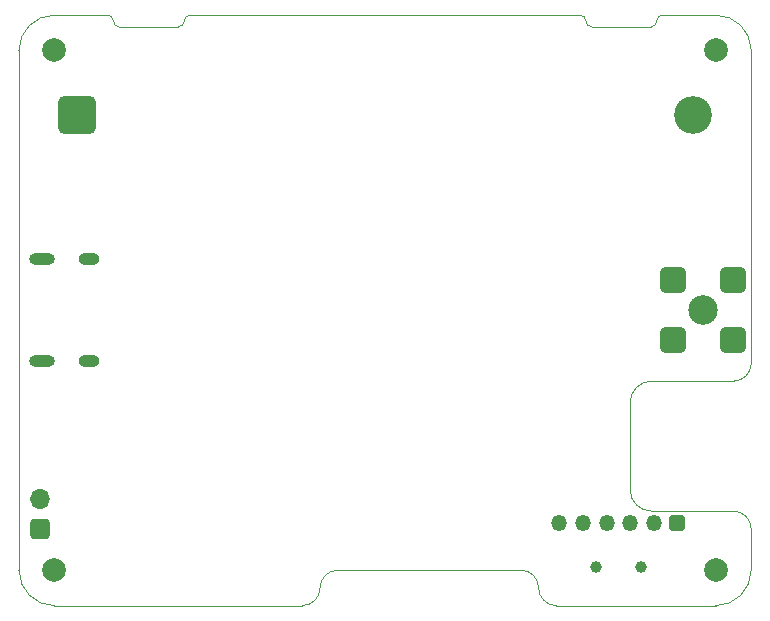
<source format=gbr>
%TF.GenerationSoftware,KiCad,Pcbnew,8.0.8+1*%
%TF.CreationDate,Date%
%TF.ProjectId,LoRa-V3-PCB,4c6f5261-2d56-4332-9d50-43422e6b6963,rev?*%
%TF.SameCoordinates,Original*%
%TF.FileFunction,Soldermask,Bot*%
%TF.FilePolarity,Negative*%
%FSLAX46Y46*%
G04 Gerber Fmt 4.6, Leading zero omitted, Abs format (unit mm)*
G04 Created by KiCad*
%MOMM*%
%LPD*%
G01*
G04 APERTURE LIST*
G04 Aperture macros list*
%AMRoundRect*
0 Rectangle with rounded corners*
0 $1 Rounding radius*
0 $2 $3 $4 $5 $6 $7 $8 $9 X,Y pos of 4 corners*
0 Add a 4 corners polygon primitive as box body*
4,1,4,$2,$3,$4,$5,$6,$7,$8,$9,$2,$3,0*
0 Add four circle primitives for the rounded corners*
1,1,$1+$1,$2,$3*
1,1,$1+$1,$4,$5*
1,1,$1+$1,$6,$7*
1,1,$1+$1,$8,$9*
0 Add four rect primitives between the rounded corners*
20,1,$1+$1,$2,$3,$4,$5,0*
20,1,$1+$1,$4,$5,$6,$7,0*
20,1,$1+$1,$6,$7,$8,$9,0*
20,1,$1+$1,$8,$9,$2,$3,0*%
G04 Aperture macros list end*
%TA.AperFunction,Profile*%
%ADD10C,0.050000*%
%TD*%
%TA.AperFunction,Profile*%
%ADD11C,0.100000*%
%TD*%
%ADD12C,2.000000*%
%ADD13RoundRect,0.523529X-1.078471X-1.078471X1.078471X-1.078471X1.078471X1.078471X-1.078471X1.078471X0*%
%ADD14C,3.204000*%
%ADD15RoundRect,0.250000X-0.425000X0.425000X-0.425000X-0.425000X0.425000X-0.425000X0.425000X0.425000X0*%
%ADD16O,1.350000X1.350000*%
%ADD17C,1.000000*%
%ADD18C,2.500000*%
%ADD19RoundRect,0.440000X0.660000X0.660000X-0.660000X0.660000X-0.660000X-0.660000X0.660000X-0.660000X0*%
%ADD20RoundRect,0.340000X0.510000X0.510000X-0.510000X0.510000X-0.510000X-0.510000X0.510000X-0.510000X0*%
%ADD21O,1.700000X1.700000*%
%ADD22O,1.800000X1.000000*%
%ADD23O,2.200000X1.000000*%
G04 APERTURE END LIST*
D10*
X162500000Y-73000000D02*
G75*
G02*
X162000000Y-72500000I0J500000D01*
G01*
D11*
X114000000Y-75000000D02*
X114000000Y-119000000D01*
X167550000Y-114000000D02*
X174500000Y-114000000D01*
D10*
X128500000Y-72000000D02*
X161500000Y-72000000D01*
D11*
X176000000Y-119000000D02*
G75*
G02*
X173000000Y-122000000I-3000000J0D01*
G01*
D10*
X161500000Y-72000000D02*
G75*
G02*
X162000000Y-72500000I0J-500000D01*
G01*
X122500000Y-73000000D02*
G75*
G02*
X122000000Y-72500000I0J500000D01*
G01*
X128000000Y-72500000D02*
G75*
G02*
X128500000Y-72000000I500000J0D01*
G01*
D11*
X176000000Y-115500000D02*
X176000000Y-119000000D01*
D10*
X167500000Y-73000000D02*
X162500000Y-73000000D01*
D11*
X165750000Y-104800000D02*
G75*
G02*
X167550000Y-103000000I1800000J0D01*
G01*
X139500000Y-120500000D02*
G75*
G02*
X138000000Y-122000000I-1500000J0D01*
G01*
X139500000Y-120500000D02*
G75*
G02*
X141000000Y-119000000I1500000J0D01*
G01*
D10*
X122500000Y-73000000D02*
X127500000Y-73000000D01*
X121500000Y-72000000D02*
G75*
G02*
X122000000Y-72500000I0J-500000D01*
G01*
D11*
X176000000Y-101500000D02*
G75*
G02*
X174500000Y-103000000I-1500000J0D01*
G01*
X117000000Y-122000000D02*
G75*
G02*
X114000000Y-119000000I0J3000000D01*
G01*
D10*
X128000000Y-72500000D02*
G75*
G02*
X127500000Y-73000000I-500000J0D01*
G01*
D11*
X156500000Y-119000000D02*
G75*
G02*
X158000000Y-120500000I0J-1500000D01*
G01*
X174500000Y-103000000D02*
X167550000Y-103000000D01*
X159500000Y-122000000D02*
X173000000Y-122000000D01*
X167550000Y-114000000D02*
G75*
G02*
X165750000Y-112200000I0J1800000D01*
G01*
X165750000Y-104800000D02*
X165750000Y-112200000D01*
X173000000Y-72000000D02*
G75*
G02*
X176000000Y-75000000I0J-3000000D01*
G01*
X156500000Y-119000000D02*
X141000000Y-119000000D01*
D10*
X117000000Y-72000000D02*
X121500000Y-72000000D01*
D11*
X176000000Y-75000000D02*
X176000000Y-101500000D01*
D10*
X168000000Y-72500000D02*
G75*
G02*
X167500000Y-73000000I-500000J0D01*
G01*
D11*
X114000000Y-75000000D02*
G75*
G02*
X117000000Y-72000000I3000000J0D01*
G01*
X174500000Y-114000000D02*
G75*
G02*
X176000000Y-115500000I0J-1500000D01*
G01*
X159500000Y-122000000D02*
G75*
G02*
X158000000Y-120500000I0J1500000D01*
G01*
D10*
X168500000Y-72000000D02*
X173000000Y-72000000D01*
X168000000Y-72500000D02*
G75*
G02*
X168500000Y-72000000I500000J0D01*
G01*
D11*
X117000000Y-122000000D02*
X138000000Y-122000000D01*
D12*
%TO.C,H3*%
X117000000Y-119000000D03*
%TD*%
%TO.C,H2*%
X173000000Y-75000000D03*
%TD*%
D13*
%TO.C,CONN2*%
X118900000Y-80500000D03*
D14*
X171100000Y-80500000D03*
%TD*%
D15*
%TO.C,CONN8*%
X169750000Y-115000000D03*
D16*
X167750000Y-115000000D03*
X165750000Y-115000000D03*
X163750000Y-115000000D03*
X161750000Y-115000000D03*
X159750000Y-115000000D03*
%TD*%
D17*
%TO.C,SW2*%
X166650000Y-118750000D03*
X162850000Y-118750000D03*
%TD*%
D18*
%TO.C,CONN5*%
X171900000Y-97000000D03*
D19*
X174440000Y-99540000D03*
X174440000Y-94460000D03*
X169360000Y-99540000D03*
X169360000Y-94460000D03*
%TD*%
D12*
%TO.C,H1*%
X117000000Y-75000000D03*
%TD*%
%TO.C,H4*%
X173000000Y-119000000D03*
%TD*%
D20*
%TO.C,CONN4*%
X115750000Y-115500000D03*
D21*
X115750000Y-112960000D03*
%TD*%
D22*
%TO.C,CONN1*%
X119930000Y-92680000D03*
X119930000Y-101320000D03*
D23*
X115930000Y-92680000D03*
X115930000Y-101320000D03*
%TD*%
M02*

</source>
